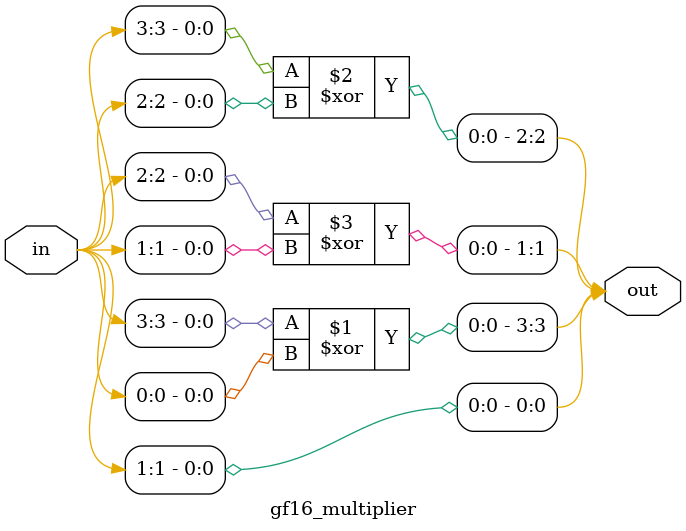
<source format=sv>
module gf16_multiplier(
    input logic [3:0] in,
    output logic [3:0] out
);

    // Умножение на элемент поля GF(16) γ = z^3
    // Поле порождено примитивным многочленом z^4 + z + 1 = 0
    
    assign out[3] = in[3] ^ in[0];
    assign out[2] = in[3] ^ in[2];
    assign out[1] = in[2] ^ in[1];
    assign out[0] = in[1];
    
endmodule
</source>
